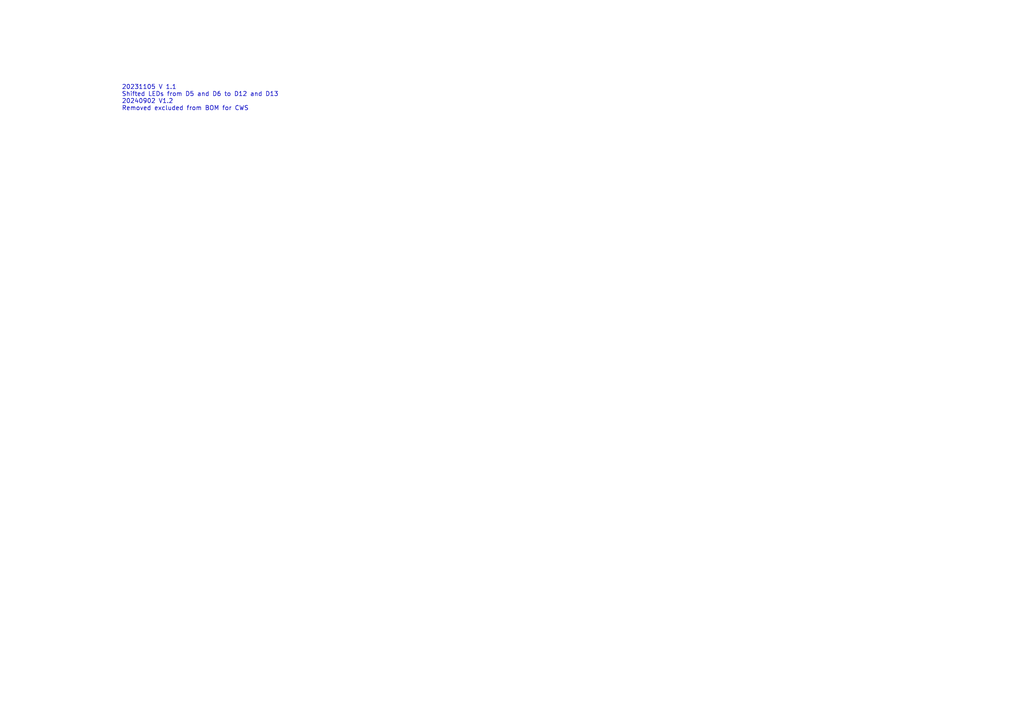
<source format=kicad_sch>
(kicad_sch
	(version 20231120)
	(generator "eeschema")
	(generator_version "8.0")
	(uuid "a2309e55-f7aa-4404-9a61-dddb41b1d9d7")
	(paper "A4")
	(title_block
		(rev "1.2")
	)
	(lib_symbols)
	(text "20231105 V 1.1\nShifted LEDs from D5 and D6 to D12 and D13\n20240902 V1.2\nRemoved excluded from BOM for CWS"
		(exclude_from_sim no)
		(at 35.306 32.258 0)
		(effects
			(font
				(size 1.27 1.27)
			)
			(justify left bottom)
		)
		(uuid "c9999cde-4afc-4ac3-b14a-ad329830b2da")
	)
)

</source>
